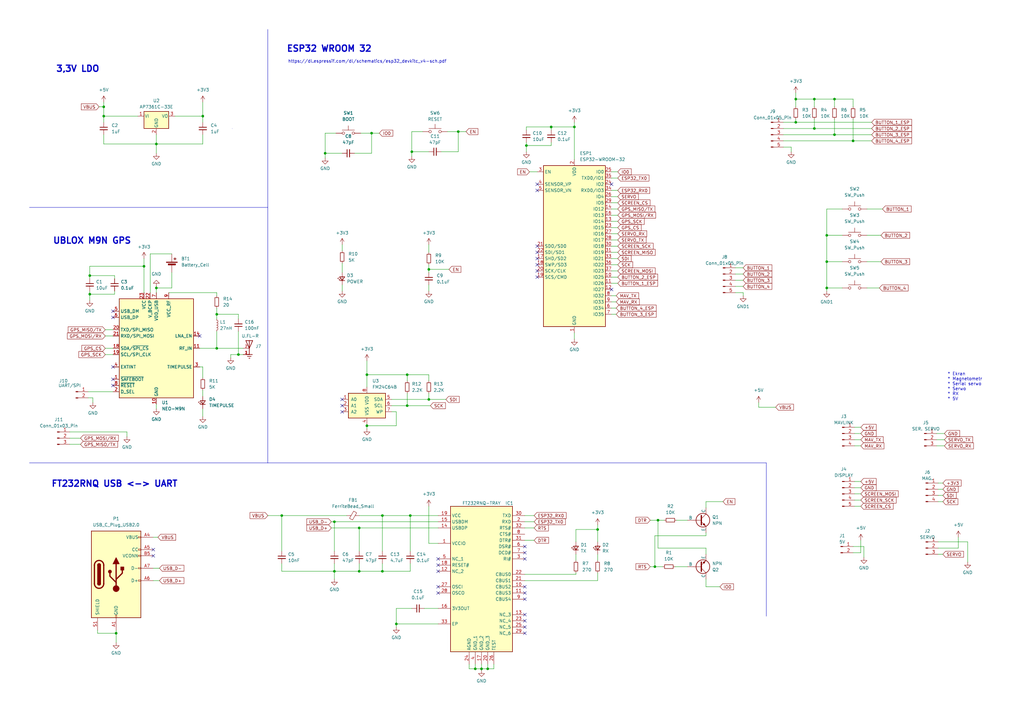
<source format=kicad_sch>
(kicad_sch (version 20230121) (generator eeschema)
  (paper "A3")
  (title_block (title "Tracker PCB") (date "11/2024") (rev "beta v.5"))
  (junction (at 97.79 145.415))
  (junction (at 152.4 54.61))
  (junction (at 150.495 174.625))
  (junction (at 339.09 96.52))
  (junction (at 349.885 57.785))
  (junction (at 162.56 255.905))
  (junction (at 59.055 109.22))
  (junction (at 42.545 47.625))
  (junction (at 156.845 234.315))
  (junction (at 167.005 153.67))
  (junction (at 342.265 55.245))
  (junction (at 83.185 47.625))
  (junction (at 47.625 259.715))
  (junction (at 133.35 62.865))
  (junction (at 88.9 142.875))
  (junction (at 175.895 110.49))
  (junction (at 245.11 217.17))
  (junction (at 147.32 234.315))
  (junction (at 168.275 211.455))
  (junction (at 147.32 216.535))
  (junction (at 334.01 40.64))
  (junction (at 200.025 274.32))
  (junction (at 36.83 120.65))
  (junction (at 215.9 59.69))
  (junction (at 342.265 40.64))
  (junction (at 156.845 211.455))
  (junction (at 194.945 274.32))
  (junction (at 88.9 128.905))
  (junction (at 168.91 62.23))
  (junction (at 137.16 213.995))
  (junction (at 197.485 274.32))
  (junction (at 339.09 107.315))
  (junction (at 226.06 52.07))
  (junction (at 42.545 43.815))
  (junction (at 150.495 153.67))
  (junction (at 64.135 118.11))
  (junction (at 137.16 234.315))
  (junction (at 167.005 166.37))
  (junction (at 326.39 50.165))
  (junction (at 268.605 232.41))
  (junction (at 326.39 40.64))
  (junction (at 187.96 53.975))
  (junction (at 175.895 163.83))
  (junction (at 334.01 52.705))
  (junction (at 36.83 113.03))
  (junction (at 269.875 213.36))
  (junction (at 64.135 59.055))
  (junction (at 339.09 118.11))
  (junction (at 235.585 52.07))
  (junction (at 115.57 211.455))
  (no_connect (at 179.705 243.205))
  (no_connect (at 179.705 229.235))
  (no_connect (at 140.335 166.37))
  (no_connect (at 46.355 155.575))
  (no_connect (at 215.265 224.155))
  (no_connect (at 215.265 254.635))
  (no_connect (at 215.265 252.095))
  (no_connect (at 250.825 118.745))
  (no_connect (at 250.825 75.565))
  (no_connect (at 46.355 127.635))
  (no_connect (at 62.865 227.965))
  (no_connect (at 220.345 100.965))
  (no_connect (at 46.355 158.115))
  (no_connect (at 179.705 231.775))
  (no_connect (at 215.265 257.175))
  (no_connect (at 81.915 137.795))
  (no_connect (at 62.865 225.425))
  (no_connect (at 215.265 259.715))
  (no_connect (at 215.265 245.745))
  (no_connect (at 140.335 168.91))
  (no_connect (at 215.265 226.695))
  (no_connect (at 220.345 78.105))
  (no_connect (at 220.345 111.125))
  (no_connect (at 220.345 75.565))
  (no_connect (at 220.345 106.045))
  (no_connect (at 215.265 229.235))
  (no_connect (at 220.345 113.665))
  (no_connect (at 215.265 240.665))
  (no_connect (at 215.265 243.205))
  (no_connect (at 140.335 163.83))
  (no_connect (at 46.355 130.175))
  (no_connect (at 179.705 234.315))
  (no_connect (at 220.345 108.585))
  (no_connect (at 46.355 150.495))
  (no_connect (at 179.705 240.665))
  (no_connect (at 220.345 103.505))
  (wire (pts (xy 289.56 240.665) (xy 295.275 240.665)))
  (wire (pts (xy 349.885 57.785) (xy 357.505 57.785)))
  (wire (pts (xy 61.595 104.14) (xy 70.485 104.14)))
  (wire (pts (xy 43.18 142.875) (xy 46.355 142.875)))
  (wire (pts (xy 384.81 205.74) (xy 386.715 205.74)))
  (wire (pts (xy 339.09 119.38) (xy 339.09 118.11)))
  (wire (pts (xy 349.885 40.64) (xy 342.265 40.64)))
  (wire (pts (xy 64.135 165.735) (xy 64.135 167.64)))
  (wire (pts (xy 168.275 226.06) (xy 168.275 211.455)))
  (wire (pts (xy 321.31 60.325) (xy 324.485 60.325)))
  (wire (pts (xy 42.545 43.815) (xy 42.545 47.625)))
  (wire (pts (xy 250.825 113.665) (xy 253.365 113.665)))
  (wire (pts (xy 194.945 272.415) (xy 194.945 274.32)))
  (wire (pts (xy 47.625 258.445) (xy 47.625 259.715)))
  (wire (pts (xy 353.06 226.695) (xy 349.885 226.695)))
  (wire (pts (xy 342.265 48.895) (xy 342.265 55.245)))
  (wire (pts (xy 215.9 59.69) (xy 226.06 59.69)))
  (wire (pts (xy 326.39 50.165) (xy 357.505 50.165)))
  (wire (pts (xy 46.99 119.38) (xy 46.99 120.65)))
  (wire (pts (xy 152.4 62.865) (xy 152.4 54.61)))
  (wire (pts (xy 137.16 213.995) (xy 179.705 213.995)))
  (wire (pts (xy 175.895 161.29) (xy 175.895 163.83)))
  (wire (pts (xy 160.655 163.83) (xy 175.895 163.83)))
  (wire (pts (xy 160.655 168.91) (xy 162.56 168.91)))
  (wire (pts (xy 28.575 182.245) (xy 33.02 182.245)))
  (wire (pts (xy 175.895 207.645) (xy 175.895 222.885)))
  (wire (pts (xy 137.795 54.61) (xy 133.35 54.61)))
  (wire (pts (xy 353.06 221.615) (xy 353.06 226.695)))
  (wire (pts (xy 200.025 274.32) (xy 197.485 274.32)))
  (wire (pts (xy 266.7 232.41) (xy 268.605 232.41)))
  (wire (pts (xy 296.545 205.74) (xy 289.56 205.74)))
  (wire (pts (xy 64.135 55.245) (xy 64.135 59.055)))
  (wire (pts (xy 226.06 52.07) (xy 235.585 52.07)))
  (wire (pts (xy 289.56 224.79) (xy 269.875 224.79)))
  (wire (pts (xy 384.81 203.2) (xy 386.715 203.2)))
  (wire (pts (xy 393.065 224.79) (xy 393.065 220.345)))
  (wire (pts (xy 64.135 118.11) (xy 64.135 120.015)))
  (wire (pts (xy 245.11 222.25) (xy 245.11 217.17)))
  (wire (pts (xy 354.33 228.6) (xy 354.33 224.155)))
  (wire (pts (xy 40.64 43.815) (xy 42.545 43.815)))
  (wire (pts (xy 289.56 218.44) (xy 289.56 219.71)))
  (wire (pts (xy 197.485 272.415) (xy 197.485 274.32)))
  (wire (pts (xy 215.9 58.42) (xy 215.9 59.69)))
  (wire (pts (xy 226.06 58.42) (xy 226.06 59.69)))
  (wire (pts (xy 289.56 219.71) (xy 268.605 219.71)))
  (wire (pts (xy 250.825 121.285) (xy 252.73 121.285)))
  (wire (pts (xy 245.11 238.125) (xy 245.11 234.95)))
  (wire (pts (xy 175.895 100.33) (xy 175.895 103.505)))
  (wire (pts (xy 175.895 62.23) (xy 168.91 62.23)))
  (wire (pts (xy 250.825 126.365) (xy 252.73 126.365)))
  (wire (pts (xy 135.89 216.535) (xy 147.32 216.535)))
  (wire (pts (xy 43.18 135.255) (xy 46.355 135.255)))
  (wire (pts (xy 396.875 222.25) (xy 396.875 230.505)))
  (polyline (pts (xy 109.855 189.865) (xy 314.325 189.865)))
  (wire (pts (xy 339.09 85.725) (xy 339.09 96.52)))
  (wire (pts (xy 339.09 118.11) (xy 345.44 118.11)))
  (wire (pts (xy 64.135 59.055) (xy 42.545 59.055)))
  (wire (pts (xy 326.39 48.895) (xy 326.39 50.165)))
  (wire (pts (xy 384.175 177.8) (xy 387.35 177.8)))
  (wire (pts (xy 168.91 53.975) (xy 168.91 62.23)))
  (wire (pts (xy 88.9 126.365) (xy 88.9 128.905)))
  (wire (pts (xy 250.825 123.825) (xy 252.73 123.825)))
  (wire (pts (xy 175.895 222.885) (xy 179.705 222.885)))
  (wire (pts (xy 133.35 54.61) (xy 133.35 62.865)))
  (wire (pts (xy 384.175 180.34) (xy 387.35 180.34)))
  (wire (pts (xy 301.625 114.935) (xy 304.8 114.935)))
  (wire (pts (xy 192.405 272.415) (xy 192.405 274.32)))
  (wire (pts (xy 150.495 174.625) (xy 150.495 173.99)))
  (wire (pts (xy 384.81 224.79) (xy 393.065 224.79)))
  (wire (pts (xy 277.495 213.36) (xy 281.94 213.36)))
  (wire (pts (xy 147.32 226.06) (xy 147.32 216.535)))
  (wire (pts (xy 250.825 103.505) (xy 253.365 103.505)))
  (wire (pts (xy 192.405 274.32) (xy 194.945 274.32)))
  (wire (pts (xy 83.185 41.91) (xy 83.185 47.625)))
  (wire (pts (xy 175.895 153.67) (xy 175.895 156.21)))
  (wire (pts (xy 115.57 211.455) (xy 142.24 211.455)))
  (wire (pts (xy 384.81 198.12) (xy 386.715 198.12)))
  (wire (pts (xy 62.865 220.345) (xy 64.77 220.345)))
  (wire (pts (xy 150.495 147.955) (xy 150.495 153.67)))
  (wire (pts (xy 83.185 150.495) (xy 83.185 154.94)))
  (wire (pts (xy 88.9 128.905) (xy 88.9 130.81)))
  (wire (pts (xy 326.39 40.64) (xy 326.39 43.815)))
  (wire (pts (xy 334.01 40.64) (xy 326.39 40.64)))
  (polyline (pts (xy 12.065 189.865) (xy 109.855 189.865)))
  (wire (pts (xy 175.895 110.49) (xy 184.15 110.49)))
  (wire (pts (xy 187.96 53.975) (xy 191.135 53.975)))
  (wire (pts (xy 245.11 215.265) (xy 245.11 217.17)))
  (wire (pts (xy 71.755 47.625) (xy 83.185 47.625)))
  (wire (pts (xy 133.35 62.865) (xy 133.35 64.77)))
  (wire (pts (xy 236.22 217.17) (xy 245.11 217.17)))
  (wire (pts (xy 36.195 163.195) (xy 38.1 163.195)))
  (wire (pts (xy 81.915 142.875) (xy 88.9 142.875)))
  (wire (pts (xy 250.825 108.585) (xy 253.365 108.585)))
  (wire (pts (xy 311.15 167.005) (xy 311.15 165.1)))
  (wire (pts (xy 42.545 55.245) (xy 42.545 59.055)))
  (wire (pts (xy 147.955 54.61) (xy 152.4 54.61)))
  (wire (pts (xy 268.605 219.71) (xy 268.605 232.41)))
  (wire (pts (xy 384.81 227.33) (xy 386.715 227.33)))
  (wire (pts (xy 215.265 238.125) (xy 245.11 238.125)))
  (wire (pts (xy 46.99 113.03) (xy 36.83 113.03)))
  (wire (pts (xy 140.335 62.865) (xy 133.35 62.865)))
  (wire (pts (xy 236.22 235.585) (xy 236.22 234.95)))
  (wire (pts (xy 137.16 234.315) (xy 147.32 234.315)))
  (wire (pts (xy 250.825 90.805) (xy 253.365 90.805)))
  (wire (pts (xy 235.585 136.525) (xy 235.585 139.065)))
  (wire (pts (xy 269.875 224.79) (xy 269.875 213.36)))
  (wire (pts (xy 226.06 53.34) (xy 226.06 52.07)))
  (wire (pts (xy 160.655 166.37) (xy 167.005 166.37)))
  (wire (pts (xy 236.22 217.17) (xy 236.22 222.25)))
  (wire (pts (xy 342.265 40.64) (xy 334.01 40.64)))
  (wire (pts (xy 349.885 48.895) (xy 349.885 57.785)))
  (wire (pts (xy 70.485 111.76) (xy 70.485 118.11)))
  (wire (pts (xy 250.825 95.885) (xy 253.365 95.885)))
  (wire (pts (xy 173.99 249.555) (xy 179.705 249.555)))
  (wire (pts (xy 150.495 175.895) (xy 150.495 174.625)))
  (wire (pts (xy 52.07 177.165) (xy 28.575 177.165)))
  (wire (pts (xy 289.56 237.49) (xy 289.56 240.665)))
  (wire (pts (xy 326.39 38.1) (xy 326.39 40.64)))
  (wire (pts (xy 250.825 85.725) (xy 253.365 85.725)))
  (wire (pts (xy 175.895 108.585) (xy 175.895 110.49)))
  (wire (pts (xy 64.135 117.475) (xy 64.135 118.11)))
  (wire (pts (xy 162.56 255.905) (xy 179.705 255.905)))
  (wire (pts (xy 152.4 54.61) (xy 155.575 54.61)))
  (wire (pts (xy 61.595 104.14) (xy 61.595 120.015)))
  (wire (pts (xy 269.875 213.36) (xy 272.415 213.36)))
  (wire (pts (xy 304.8 120.015) (xy 304.8 121.285)))
  (wire (pts (xy 289.56 227.33) (xy 289.56 224.79)))
  (wire (pts (xy 334.01 43.815) (xy 334.01 40.64)))
  (wire (pts (xy 83.185 55.245) (xy 83.185 59.055)))
  (wire (pts (xy 156.845 211.455) (xy 168.275 211.455)))
  (wire (pts (xy 150.495 153.67) (xy 150.495 158.75)))
  (wire (pts (xy 301.625 120.015) (xy 304.8 120.015)))
  (wire (pts (xy 162.56 255.905) (xy 162.56 257.175)))
  (wire (pts (xy 88.9 128.905) (xy 97.79 128.905)))
  (wire (pts (xy 59.055 109.22) (xy 59.055 120.015)))
  (wire (pts (xy 147.32 216.535) (xy 179.705 216.535)))
  (wire (pts (xy 115.57 234.315) (xy 137.16 234.315)))
  (wire (pts (xy 268.605 232.41) (xy 271.78 232.41)))
  (wire (pts (xy 135.89 213.995) (xy 137.16 213.995)))
  (wire (pts (xy 289.56 205.74) (xy 289.56 208.28)))
  (wire (pts (xy 94.615 145.415) (xy 94.615 146.685)))
  (wire (pts (xy 355.6 85.725) (xy 361.95 85.725)))
  (wire (pts (xy 349.885 43.815) (xy 349.885 40.64)))
  (wire (pts (xy 235.585 52.07) (xy 235.585 65.405)))
  (wire (pts (xy 250.825 73.025) (xy 253.365 73.025)))
  (wire (pts (xy 140.335 100.33) (xy 140.335 102.87)))
  (wire (pts (xy 350.52 200.025) (xy 353.06 200.025)))
  (wire (pts (xy 354.33 224.155) (xy 349.885 224.155)))
  (wire (pts (xy 62.865 233.045) (xy 65.405 233.045)))
  (wire (pts (xy 43.18 145.415) (xy 46.355 145.415)))
  (wire (pts (xy 250.825 93.345) (xy 253.365 93.345)))
  (wire (pts (xy 345.44 96.52) (xy 339.09 96.52)))
  (wire (pts (xy 321.31 57.785) (xy 349.885 57.785)))
  (wire (pts (xy 156.845 231.14) (xy 156.845 234.315)))
  (wire (pts (xy 350.52 205.105) (xy 353.06 205.105)))
  (wire (pts (xy 42.545 47.625) (xy 42.545 50.165)))
  (wire (pts (xy 301.625 112.395) (xy 304.8 112.395)))
  (wire (pts (xy 334.01 52.705) (xy 357.505 52.705)))
  (wire (pts (xy 226.06 52.07) (xy 215.9 52.07)))
  (wire (pts (xy 355.6 118.11) (xy 360.68 118.11)))
  (wire (pts (xy 156.845 211.455) (xy 156.845 226.06)))
  (wire (pts (xy 36.83 109.22) (xy 59.055 109.22)))
  (wire (pts (xy 250.825 70.485) (xy 253.365 70.485)))
  (wire (pts (xy 64.135 59.055) (xy 83.185 59.055)))
  (wire (pts (xy 162.56 168.91) (xy 162.56 174.625)))
  (wire (pts (xy 345.44 85.725) (xy 339.09 85.725)))
  (wire (pts (xy 88.9 120.015) (xy 88.9 121.285)))
  (wire (pts (xy 83.185 160.02) (xy 83.185 162.56)))
  (wire (pts (xy 36.83 109.22) (xy 36.83 113.03)))
  (wire (pts (xy 350.52 202.565) (xy 353.06 202.565)))
  (wire (pts (xy 81.915 150.495) (xy 83.185 150.495)))
  (wire (pts (xy 168.275 234.315) (xy 156.845 234.315)))
  (wire (pts (xy 266.7 213.36) (xy 269.875 213.36)))
  (wire (pts (xy 167.005 166.37) (xy 176.53 166.37)))
  (wire (pts (xy 235.585 50.165) (xy 235.585 52.07)))
  (wire (pts (xy 384.81 200.66) (xy 386.715 200.66)))
  (wire (pts (xy 180.975 62.23) (xy 187.96 62.23)))
  (polyline (pts (xy 314.325 189.865) (xy 314.325 252.73)))
  (wire (pts (xy 342.265 55.245) (xy 357.505 55.245)))
  (wire (pts (xy 47.625 259.715) (xy 47.625 263.525)))
  (wire (pts (xy 350.52 177.8) (xy 353.06 177.8)))
  (wire (pts (xy 42.545 47.625) (xy 56.515 47.625)))
  (wire (pts (xy 236.22 227.33) (xy 236.22 229.87)))
  (wire (pts (xy 175.895 110.49) (xy 175.895 111.76)))
  (wire (pts (xy 202.565 274.32) (xy 200.025 274.32)))
  (wire (pts (xy 140.335 116.84) (xy 140.335 119.38)))
  (wire (pts (xy 147.32 231.14) (xy 147.32 234.315)))
  (wire (pts (xy 83.185 167.64) (xy 83.185 170.815)))
  (wire (pts (xy 168.275 211.455) (xy 179.705 211.455)))
  (wire (pts (xy 350.52 182.88) (xy 353.06 182.88)))
  (wire (pts (xy 250.825 98.425) (xy 253.365 98.425)))
  (wire (pts (xy 250.825 106.045) (xy 253.365 106.045)))
  (wire (pts (xy 250.825 78.105) (xy 253.365 78.105)))
  (wire (pts (xy 173.355 53.975) (xy 168.91 53.975)))
  (wire (pts (xy 46.99 114.3) (xy 46.99 113.03)))
  (wire (pts (xy 137.16 231.14) (xy 137.16 234.315)))
  (wire (pts (xy 162.56 249.555) (xy 162.56 255.905)))
  (wire (pts (xy 145.415 62.865) (xy 152.4 62.865)))
  (wire (pts (xy 42.545 41.91) (xy 42.545 43.815)))
  (wire (pts (xy 276.86 232.41) (xy 281.94 232.41)))
  (wire (pts (xy 215.265 213.995) (xy 219.075 213.995)))
  (wire (pts (xy 36.83 119.38) (xy 36.83 120.65)))
  (polyline (pts (xy 12.065 85.09) (xy 109.855 85.09)))
  (wire (pts (xy 38.1 163.195) (xy 38.1 165.1)))
  (polyline (pts (xy 109.855 85.09) (xy 109.855 189.865)))
  (wire (pts (xy 187.96 62.23) (xy 187.96 53.975)))
  (wire (pts (xy 321.31 55.245) (xy 342.265 55.245)))
  (wire (pts (xy 69.215 120.015) (xy 88.9 120.015)))
  (wire (pts (xy 137.16 234.315) (xy 137.16 237.49)))
  (wire (pts (xy 350.52 207.645) (xy 353.06 207.645)))
  (wire (pts (xy 36.195 160.655) (xy 46.355 160.655)))
  (wire (pts (xy 324.485 60.325) (xy 324.485 62.23)))
  (wire (pts (xy 162.56 249.555) (xy 168.91 249.555)))
  (wire (pts (xy 384.81 222.25) (xy 396.875 222.25)))
  (wire (pts (xy 355.6 96.52) (xy 361.315 96.52)))
  (wire (pts (xy 115.57 226.06) (xy 115.57 211.455)))
  (wire (pts (xy 321.31 52.705) (xy 334.01 52.705)))
  (polyline (pts (xy 109.855 12.065) (xy 109.855 85.09)))
  (wire (pts (xy 175.895 116.84) (xy 175.895 119.38)))
  (wire (pts (xy 339.09 96.52) (xy 339.09 107.315)))
  (wire (pts (xy 70.485 118.11) (xy 64.135 118.11)))
  (wire (pts (xy 250.825 88.265) (xy 253.365 88.265)))
  (wire (pts (xy 355.6 107.315) (xy 361.315 107.315)))
  (wire (pts (xy 342.265 43.815) (xy 342.265 40.64)))
  (wire (pts (xy 215.265 235.585) (xy 236.22 235.585)))
  (wire (pts (xy 167.005 153.67) (xy 167.005 156.21)))
  (wire (pts (xy 88.9 135.89) (xy 88.9 142.875)))
  (wire (pts (xy 36.83 120.65) (xy 46.99 120.65)))
  (wire (pts (xy 109.855 211.455) (xy 115.57 211.455)))
  (wire (pts (xy 215.9 52.07) (xy 215.9 53.34)))
  (wire (pts (xy 334.01 48.895) (xy 334.01 52.705)))
  (wire (pts (xy 43.18 137.795) (xy 46.355 137.795)))
  (wire (pts (xy 183.515 53.975) (xy 187.96 53.975)))
  (wire (pts (xy 250.825 80.645) (xy 253.365 80.645)))
  (wire (pts (xy 64.135 59.055) (xy 64.135 62.865)))
  (wire (pts (xy 175.895 163.83) (xy 182.88 163.83)))
  (wire (pts (xy 40.005 258.445) (xy 40.005 259.715)))
  (wire (pts (xy 97.79 135.89) (xy 97.79 145.415)))
  (wire (pts (xy 28.575 179.705) (xy 33.02 179.705)))
  (wire (pts (xy 99.695 145.415) (xy 97.79 145.415)))
  (wire (pts (xy 150.495 153.67) (xy 167.005 153.67)))
  (wire (pts (xy 215.265 211.455) (xy 219.075 211.455)))
  (wire (pts (xy 36.83 120.65) (xy 36.83 123.19)))
  (wire (pts (xy 137.16 213.995) (xy 137.16 226.06)))
  (wire (pts (xy 339.09 107.315) (xy 339.09 118.11)))
  (wire (pts (xy 52.07 179.07) (xy 52.07 177.165)))
  (wire (pts (xy 194.945 274.32) (xy 197.485 274.32)))
  (wire (pts (xy 318.135 167.005) (xy 311.15 167.005)))
  (wire (pts (xy 97.79 145.415) (xy 94.615 145.415)))
  (wire (pts (xy 350.52 180.34) (xy 353.06 180.34)))
  (wire (pts (xy 59.055 106.045) (xy 59.055 109.22)))
  (wire (pts (xy 167.005 161.29) (xy 167.005 166.37)))
  (wire (pts (xy 215.265 221.615) (xy 219.075 221.615)))
  (wire (pts (xy 384.175 182.88) (xy 387.35 182.88)))
  (wire (pts (xy 167.005 153.67) (xy 175.895 153.67)))
  (wire (pts (xy 168.275 231.14) (xy 168.275 234.315)))
  (wire (pts (xy 215.265 216.535) (xy 219.075 216.535)))
  (wire (pts (xy 168.91 62.23) (xy 168.91 64.135)))
  (wire (pts (xy 83.185 47.625) (xy 83.185 50.165)))
  (wire (pts (xy 115.57 231.14) (xy 115.57 234.315)))
  (wire (pts (xy 301.625 117.475) (xy 304.8 117.475)))
  (wire (pts (xy 350.52 197.485) (xy 353.06 197.485)))
  (wire (pts (xy 245.11 227.33) (xy 245.11 229.87)))
  (wire (pts (xy 62.865 238.125) (xy 65.405 238.125)))
  (wire (pts (xy 88.9 142.875) (xy 99.695 142.875)))
  (wire (pts (xy 345.44 107.315) (xy 339.09 107.315)))
  (wire (pts (xy 156.845 234.315) (xy 147.32 234.315)))
  (wire (pts (xy 301.625 109.855) (xy 304.8 109.855)))
  (wire (pts (xy 36.83 113.03) (xy 36.83 114.3)))
  (wire (pts (xy 197.485 274.32) (xy 197.485 274.955)))
  (wire (pts (xy 162.56 174.625) (xy 150.495 174.625)))
  (wire (pts (xy 200.025 272.415) (xy 200.025 274.32)))
  (wire (pts (xy 350.52 175.26) (xy 353.06 175.26)))
  (wire (pts (xy 140.335 107.95) (xy 140.335 111.76)))
  (wire (pts (xy 250.825 83.185) (xy 253.365 83.185)))
  (wire (pts (xy 250.825 111.125) (xy 253.365 111.125)))
  (wire (pts (xy 217.17 70.485) (xy 220.345 70.485)))
  (wire (pts (xy 250.825 116.205) (xy 253.365 116.205)))
  (wire (pts (xy 202.565 272.415) (xy 202.565 274.32)))
  (wire (pts (xy 40.005 259.715) (xy 47.625 259.715)))
  (wire (pts (xy 321.31 50.165) (xy 326.39 50.165)))
  (wire (pts (xy 156.845 211.455) (xy 147.32 211.455)))
  (wire (pts (xy 250.825 100.965) (xy 253.365 100.965)))
  (wire (pts (xy 97.79 130.81) (xy 97.79 128.905)))
  (wire (pts (xy 250.825 128.905) (xy 252.73 128.905)))
  (wire (pts (xy 215.9 59.69) (xy 215.9 62.23)))
  (rectangle (start 95.25 52.705) (end 95.25 52.705))
  (text "* Ekran\n* Magnetometr\n* Serial serwo\n* Serwo\n* RX\n* 5V" (at 388.62 164.465 0) (effects (font (size 1.27 1.27)) (justify left bottom)))
  (text "FT232RNQ USB <-> UART\n" (at 20.955 200.025 0) (effects (font (size 2.54 2.54) (thickness 0.508) bold) (justify left bottom)))
  (text "https://dl.espressif.com/dl/schematics/esp32_devkitc_v4-sch.pdf" (at 118.11 26.035 0) (effects (font (size 1.27 1.27)) (justify left bottom)))
  (text "3,3V LDO" (at 22.86 29.845 0) (effects (font (size 2.54 2.54) (thickness 0.508) bold) (justify left bottom)))
  (text "ESP32 WROOM 32" (at 117.475 21.59 0) (effects (font (size 2.54 2.54) (thickness 0.508) bold) (justify left bottom)))
  (text "UBLOX M9N GPS\n" (at 21.59 100.33 0) (effects (font (size 2.54 2.54) (thickness 0.508) bold) (justify left bottom)))
  (global_label "SERVO" (shape input) (at 253.365 80.645 0) (property "Intersheetrefs" "${INTERSHEET_REFS}" (effects hide)))
  (global_label "BUTTON_4_ESP" (shape input) (at 357.505 57.785 0) (property "Intersheetrefs" "${INTERSHEET_REFS}" (effects hide)))
  (global_label "BUTTON_3" (shape input) (at 304.8 114.935 0) (property "Intersheetrefs" "${INTERSHEET_REFS}" (effects hide)))
  (global_label "GPS_SCK" (shape input) (at 43.18 145.415 180) (property "Intersheetrefs" "${INTERSHEET_REFS}" (effects hide)))
  (global_label "EN" (shape input) (at 191.135 53.975 0) (property "Intersheetrefs" "${INTERSHEET_REFS}" (effects hide)))
  (global_label "SCREEN_CS" (shape input) (at 353.06 207.645 0) (property "Intersheetrefs" "${INTERSHEET_REFS}" (effects hide)))
  (global_label "BUTTON_2_ESP" (shape input) (at 253.365 113.665 0) (property "Intersheetrefs" "${INTERSHEET_REFS}" (effects hide)))
  (global_label "SCREEN_MOSI" (shape input) (at 353.06 202.565 0) (property "Intersheetrefs" "${INTERSHEET_REFS}" (effects hide)))
  (global_label "IO0" (shape input) (at 155.575 54.61 0) (property "Intersheetrefs" "${INTERSHEET_REFS}" (effects hide)))
  (global_label "EN" (shape input) (at 184.15 110.49 0) (property "Intersheetrefs" "${INTERSHEET_REFS}" (effects hide)))
  (global_label "GPS_MOSI{slash}RX" (shape input) (at 253.365 88.265 0) (property "Intersheetrefs" "${INTERSHEET_REFS}" (effects hide)))
  (global_label "+5V" (shape input) (at 353.06 175.26 0) (property "Intersheetrefs" "${INTERSHEET_REFS}" (effects hide)))
  (global_label "SERVO" (shape input) (at 386.715 227.33 0) (property "Intersheetrefs" "${INTERSHEET_REFS}" (effects hide)))
  (global_label "SCK" (shape input) (at 253.365 108.585 0) (property "Intersheetrefs" "${INTERSHEET_REFS}" (effects hide)))
  (global_label "SCREEN_SCK" (shape input) (at 353.06 205.105 0) (property "Intersheetrefs" "${INTERSHEET_REFS}" (effects hide)))
  (global_label "GPS_MISO{slash}TX" (shape input) (at 33.02 182.245 0) (property "Intersheetrefs" "${INTERSHEET_REFS}" (effects hide)))
  (global_label "SERVO_RX" (shape input) (at 253.365 95.885 0) (property "Intersheetrefs" "${INTERSHEET_REFS}" (effects hide)))
  (global_label "BUTTON_2_ESP" (shape input) (at 357.505 52.705 0) (property "Intersheetrefs" "${INTERSHEET_REFS}" (effects hide)))
  (global_label "GND" (shape input) (at 386.715 200.66 0) (property "Intersheetrefs" "${INTERSHEET_REFS}" (effects hide)))
  (global_label "+3V3" (shape input) (at 386.715 198.12 0) (property "Intersheetrefs" "${INTERSHEET_REFS}" (effects hide)))
  (global_label "BUTTON_2" (shape input) (at 304.8 112.395 0) (property "Intersheetrefs" "${INTERSHEET_REFS}" (effects hide)))
  (global_label "BUTTON_4_ESP" (shape input) (at 252.73 126.365 0) (property "Intersheetrefs" "${INTERSHEET_REFS}" (effects hide)))
  (global_label "SDI" (shape input) (at 386.715 203.2 0) (property "Intersheetrefs" "${INTERSHEET_REFS}" (effects hide)))
  (global_label "SCK" (shape input) (at 386.715 205.74 0) (property "Intersheetrefs" "${INTERSHEET_REFS}" (effects hide)))
  (global_label "BUTTON_4" (shape input) (at 304.8 117.475 0) (property "Intersheetrefs" "${INTERSHEET_REFS}" (effects hide)))
  (global_label "EN" (shape input) (at 296.545 205.74 0) (property "Intersheetrefs" "${INTERSHEET_REFS}" (effects hide)))
  (global_label "GPS_SCK" (shape input) (at 253.365 90.805 0) (property "Intersheetrefs" "${INTERSHEET_REFS}" (effects hide)))
  (global_label "SERVO_TX" (shape input) (at 253.365 98.425 0) (property "Intersheetrefs" "${INTERSHEET_REFS}" (effects hide)))
  (global_label "GND" (shape input) (at 387.35 177.8 0) (property "Intersheetrefs" "${INTERSHEET_REFS}" (effects hide)))
  (global_label "GPS_MISO{slash}TX" (shape input) (at 43.18 135.255 180) (property "Intersheetrefs" "${INTERSHEET_REFS}" (effects hide)))
  (global_label "ESP32_RX0" (shape input) (at 219.075 211.455 0) (property "Intersheetrefs" "${INTERSHEET_REFS}" (effects hide)))
  (global_label "IO0" (shape input) (at 295.275 240.665 0) (property "Intersheetrefs" "${INTERSHEET_REFS}" (effects hide)))
  (global_label "RTS" (shape input) (at 219.075 216.535 0) (property "Intersheetrefs" "${INTERSHEET_REFS}" (effects hide)))
  (global_label "SDI" (shape input) (at 182.88 163.83 0) (property "Intersheetrefs" "${INTERSHEET_REFS}" (effects hide)))
  (global_label "VBUS" (shape input) (at 109.855 211.455 180) (property "Intersheetrefs" "${INTERSHEET_REFS}" (effects hide)))
  (global_label "MAV_TX" (shape input) (at 252.73 121.285 0) (property "Intersheetrefs" "${INTERSHEET_REFS}" (effects hide)))
  (global_label "GND" (shape input) (at 353.06 177.8 0) (property "Intersheetrefs" "${INTERSHEET_REFS}" (effects hide)))
  (global_label "MAV_RX" (shape input) (at 252.73 123.825 0) (property "Intersheetrefs" "${INTERSHEET_REFS}" (effects hide)))
  (global_label "BUTTON_1_ESP" (shape input) (at 253.365 116.205 0) (property "Intersheetrefs" "${INTERSHEET_REFS}" (effects hide)))
  (global_label "MAV_RX" (shape input) (at 353.06 182.88 0) (property "Intersheetrefs" "${INTERSHEET_REFS}" (effects hide)))
  (global_label "USB_D+" (shape input) (at 65.405 238.125 0) (property "Intersheetrefs" "${INTERSHEET_REFS}" (effects hide)))
  (global_label "BUTTON_2" (shape input) (at 361.315 96.52 0) (property "Intersheetrefs" "${INTERSHEET_REFS}" (effects hide)))
  (global_label "VBUS" (shape input) (at 40.64 43.815 180) (property "Intersheetrefs" "${INTERSHEET_REFS}" (effects hide)))
  (global_label "+5V" (shape input) (at 353.06 197.485 0) (property "Intersheetrefs" "${INTERSHEET_REFS}" (effects hide)))
  (global_label "VBUS" (shape input) (at 318.135 167.005 0) (property "Intersheetrefs" "${INTERSHEET_REFS}" (effects hide)))
  (global_label "GPS_CS" (shape input) (at 43.18 142.875 180) (property "Intersheetrefs" "${INTERSHEET_REFS}" (effects hide)))
  (global_label "ESP32_TX0" (shape input) (at 253.365 73.025 0) (property "Intersheetrefs" "${INTERSHEET_REFS}" (effects hide)))
  (global_label "SERVO_RX" (shape input) (at 387.35 182.88 0) (property "Intersheetrefs" "${INTERSHEET_REFS}" (effects hide)))
  (global_label "BUTTON_1_ESP" (shape input) (at 357.505 50.165 0) (property "Intersheetrefs" "${INTERSHEET_REFS}" (effects hide)))
  (global_label "GND" (shape input) (at 353.06 200.025 0) (property "Intersheetrefs" "${INTERSHEET_REFS}" (effects hide)))
  (global_label "USB_D-" (shape input) (at 65.405 233.045 0) (property "Intersheetrefs" "${INTERSHEET_REFS}" (effects hide)))
  (global_label "SCK" (shape input) (at 176.53 166.37 0) (property "Intersheetrefs" "${INTERSHEET_REFS}" (effects hide)))
  (global_label "DTR" (shape input) (at 219.075 221.615 0) (property "Intersheetrefs" "${INTERSHEET_REFS}" (effects hide)))
  (global_label "SCREEN_SCK" (shape input) (at 253.365 100.965 0) (property "Intersheetrefs" "${INTERSHEET_REFS}" (effects hide)))
  (global_label "SDI" (shape input) (at 253.365 106.045 0) (property "Intersheetrefs" "${INTERSHEET_REFS}" (effects hide)))
  (global_label "SERVO_TX" (shape input) (at 387.35 180.34 0) (property "Intersheetrefs" "${INTERSHEET_REFS}" (effects hide)))
  (global_label "BUTTON_3_ESP" (shape input) (at 252.73 128.905 0) (property "Intersheetrefs" "${INTERSHEET_REFS}" (effects hide)))
  (global_label "GPS_MISO{slash}TX" (shape input) (at 253.365 85.725 0) (property "Intersheetrefs" "${INTERSHEET_REFS}" (effects hide)))
  (global_label "SCREEN_MOSI" (shape input) (at 253.365 111.125 0) (property "Intersheetrefs" "${INTERSHEET_REFS}" (effects hide)))
  (global_label "GPS_MOSI{slash}RX" (shape input) (at 43.18 137.795 180) (property "Intersheetrefs" "${INTERSHEET_REFS}" (effects hide)))
  (global_label "SCREEN_CS" (shape input) (at 253.365 83.185 0) (property "Intersheetrefs" "${INTERSHEET_REFS}" (effects hide)))
  (global_label "DTR" (shape input) (at 266.7 213.36 180) (property "Intersheetrefs" "${INTERSHEET_REFS}" (effects hide)))
  (global_label "ESP32_RX0" (shape input) (at 253.365 78.105 0) (property "Intersheetrefs" "${INTERSHEET_REFS}" (effects hide)))
  (global_label "RTS" (shape input) (at 266.7 232.41 180) (property "Intersheetrefs" "${INTERSHEET_REFS}" (effects hide)))
  (global_label "EN" (shape input) (at 217.17 70.485 180) (property "Intersheetrefs" "${INTERSHEET_REFS}" (effects hide)))
  (global_label "BUTTON_4" (shape input) (at 360.68 118.11 0) (property "Intersheetrefs" "${INTERSHEET_REFS}" (effects hide)))
  (global_label "BUTTON_1" (shape input) (at 361.95 85.725 0) (property "Intersheetrefs" "${INTERSHEET_REFS}" (effects hide)))
  (global_label "SCREEN_MISO" (shape input) (at 253.365 103.505 0) (property "Intersheetrefs" "${INTERSHEET_REFS}" (effects hide)))
  (global_label "GPS_CS" (shape input) (at 253.365 93.345 0) (property "Intersheetrefs" "${INTERSHEET_REFS}" (effects hide)))
  (global_label "USB_D+" (shape input) (at 135.89 216.535 180) (property "Intersheetrefs" "${INTERSHEET_REFS}" (effects hide)))
  (global_label "USB_D-" (shape input) (at 135.89 213.995 180) (property "Intersheetrefs" "${INTERSHEET_REFS}" (effects hide)))
  (global_label "BUTTON_1" (shape input) (at 304.8 109.855 0) (property "Intersheetrefs" "${INTERSHEET_REFS}" (effects hide)))
  (global_label "IO0" (shape input) (at 253.365 70.485 0) (property "Intersheetrefs" "${INTERSHEET_REFS}" (effects hide)))
  (global_label "BUTTON_3_ESP" (shape input) (at 357.505 55.245 0) (property "Intersheetrefs" "${INTERSHEET_REFS}" (effects hide)))
  (global_label "MAV_TX" (shape input) (at 353.06 180.34 0) (property "Intersheetrefs" "${INTERSHEET_REFS}" (effects hide)))
  (global_label "ESP32_TX0" (shape input) (at 219.075 213.995 0) (property "Intersheetrefs" "${INTERSHEET_REFS}" (effects hide)))
  (global_label "GPS_MOSI{slash}RX" (shape input) (at 33.02 179.705 0) (property "Intersheetrefs" "${INTERSHEET_REFS}" (effects hide)))
  (global_label "VBUS" (shape input) (at 64.77 220.345 0) (property "Intersheetrefs" "${INTERSHEET_REFS}" (effects hide)))
  (global_label "BUTTON_3" (shape input) (at 361.315 107.315 0) (property "Intersheetrefs" "${INTERSHEET_REFS}" (effects hide)))
  (symbol (lib_id "power:GND") (at 36.83 123.19 0) (unit 1)
    (property "Reference" "#PWR01" (effects hide))
    (property "Value" "GND" (at 36.83 127.508 0))
  )
  (symbol (lib_id "power:GND") (at 215.9 62.23 0) (unit 1)
    (property "Reference" "#PWR024" (effects hide))
    (property "Value" "GND" (at 215.9 66.548 0))
  )
  (symbol (lib_id "power:GND") (at 94.615 146.685 0) (unit 1)
    (property "Reference" "#PWR033" (effects hide))
    (property "Value" "GND" (at 94.615 151.003 0))
  )
  (symbol (lib_id "Connector:Conn_01x05_Pin") (at 296.545 114.935 0) (unit 1)
    (property "Reference" "J8" (at 297.18 105.41 0))
    (property "Value" "Conn_01x05_Pin" (at 297.18 107.95 0))
    (property "Footprint" "Connector_PinHeader_1.27mm:PinHeader_1x05_P1.27mm_Vertical_SMD_Pin1Left" (effects hide))
  )
  (symbol (lib_id "power:+3V3") (at 326.39 38.1 0) (unit 1)
    (property "Reference" "#PWR09" (effects hide))
    (property "Value" "+3V3" (at 326.39 33.274 0))
  )
  (symbol (lib_id "Device:R_Small") (at 349.885 46.355 0) (unit 1)
    (property "Reference" "R5" (at 352.425 45.085 0) (effects (justify left)))
    (property "Value" "10K" (at 352.425 47.625 0) (effects (justify left)))
    (property "Footprint" "Resistor_SMD:R_0805_2012Metric" (effects hide))
  )
  (symbol (lib_id "Switch:SW_Push") (at 142.875 54.61 0) (unit 1)
    (property "Reference" "SW1" (at 142.875 46.355 0))
    (property "Value" "BOOT" (at 142.875 48.895 0))
    (property "Footprint" "Button_Switch_SMD:SW_SPST_B3U-1000P" (effects hide))
  )
  (symbol (lib_id "power:GND1") (at 304.8 121.285 0) (unit 1)
    (property "Reference" "#PWR037" (effects hide))
    (property "Value" "GND1" (at 304.8 125.73 0))
  )
  (symbol (lib_id "Device:C_Small") (at 83.185 52.705 0) (unit 1)
    (property "Reference" "C4" (at 86.36 51.4413 0) (effects (justify left)))
    (property "Value" "1uF" (at 86.36 53.9813 0) (effects (justify left)))
    (property "Footprint" "Capacitor_SMD:C_0805_2012Metric" (effects hide))
  )
  (symbol (lib_id "Device:LED_Small") (at 140.335 114.3 90) (unit 1)
    (property "Reference" "D3" (at 142.24 112.9665 90) (effects (justify right)))
    (property "Value" "POWER" (at 142.24 115.5065 90) (effects (justify right)))
    (property "Footprint" "LED_SMD:LED_0805_2012Metric" (effects hide))
  )
  (symbol (lib_id "Device:C_Small") (at 42.545 52.705 0) (unit 1)
    (property "Reference" "C2" (at 45.72 51.4413 0) (effects (justify left)))
    (property "Value" "1uF" (at 45.72 53.9813 0) (effects (justify left)))
    (property "Footprint" "Capacitor_SMD:C_0805_2012Metric" (effects hide))
  )
  (symbol (lib_id "Device:R_Small") (at 140.335 105.41 0) (unit 1)
    (property "Reference" "R10" (at 142.875 104.14 0) (effects (justify left)))
    (property "Value" "5K" (at 142.875 106.68 0) (effects (justify left)))
    (property "Footprint" "Resistor_SMD:R_0805_2012Metric" (effects hide))
  )
  (symbol (lib_id "Device:C_Small") (at 46.99 116.84 0) (unit 1)
    (property "Reference" "C3" (at 49.53 115.5763 0) (effects (justify left)))
    (property "Value" "0.1uF" (at 49.53 118.1163 0) (effects (justify left)))
    (property "Footprint" "Capacitor_SMD:C_0805_2012Metric" (effects hide))
  )
  (symbol (lib_id "power:GND") (at 137.16 237.49 0) (unit 1)
    (property "Reference" "#PWR012" (effects hide))
    (property "Value" "GND" (at 137.16 241.808 0))
  )
  (symbol (lib_id "Device:R_Small") (at 326.39 46.355 0) (unit 1)
    (property "Reference" "R3" (at 328.93 45.085 0) (effects (justify left)))
    (property "Value" "10K" (at 328.93 47.625 0) (effects (justify left)))
    (property "Footprint" "Resistor_SMD:R_0805_2012Metric" (effects hide))
  )
  (symbol (lib_id "Switch:SW_Push") (at 350.52 96.52 0) (unit 1)
    (property "Reference" "SW3" (at 350.52 88.265 0))
    (property "Value" "SW_Push" (at 350.52 90.805 0))
    (property "Footprint" "Button_Switch_SMD:SW_SPST_B3SL-1002P" (effects hide))
  )
  (symbol (lib_id "Device:C_Small") (at 171.45 249.555 90) (unit 1)
    (property "Reference" "C15" (at 171.4563 242.57 90))
    (property "Value" "0.1uF" (at 171.4563 245.11 90))
    (property "Footprint" "Capacitor_SMD:C_0805_2012Metric" (effects hide))
  )
  (symbol (lib_id "Device:LED_Small") (at 83.185 165.1 90) (unit 1)
    (property "Reference" "D4" (at 85.725 163.7665 90) (effects (justify right)))
    (property "Value" "TIMEPULSE" (at 85.725 166.3065 90) (effects (justify right)))
    (property "Footprint" "LED_SMD:LED_0805_2012Metric" (effects hide))
  )
  (symbol (lib_id "power:GND") (at 150.495 175.895 0) (unit 1)
    (property "Reference" "#PWR010" (effects hide))
    (property "Value" "GND" (at 150.495 180.213 0))
  )
  (symbol (lib_id "Device:R_Small") (at 334.01 46.355 0) (unit 1)
    (property "Reference" "R4" (at 336.55 45.085 0) (effects (justify left)))
    (property "Value" "10K" (at 336.55 47.625 0) (effects (justify left)))
    (property "Footprint" "Resistor_SMD:R_0805_2012Metric" (effects hide))
  )
  (symbol (lib_id "power:GND") (at 168.91 64.135 0) (unit 1)
    (property "Reference" "#PWR020" (effects hide))
    (property "Value" "GND" (at 168.91 68.453 0))
  )
  (symbol (lib_id "Switch:SW_Push") (at 350.52 85.725 0) (unit 1)
    (property "Reference" "SW2" (at 350.52 77.47 0))
    (property "Value" "SW_Push" (at 350.52 80.01 0))
    (property "Footprint" "Button_Switch_SMD:SW_SPST_B3SL-1002P" (effects hide))
  )
  (symbol (lib_id "power:+5V") (at 353.06 221.615 0) (unit 1)
    (property "Reference" "#PWR021" (effects hide))
    (property "Value" "+5V" (at 353.06 216.535 0))
  )
  (symbol (lib_id "power:GND") (at 162.56 257.175 0) (unit 1)
    (property "Reference" "#PWR011" (effects hide))
    (property "Value" "GND" (at 162.56 261.493 0))
  )
  (symbol (lib_id "Connector:Conn_01x02_Pin") (at 31.115 160.655 0) (unit 1)
    (property "Reference" "J10" (at 26.035 156.21 0))
    (property "Value" "UART/SPI" (at 28.575 158.115 0))
    (property "Footprint" "Connector_PinHeader_2.54mm:PinHeader_1x02_P2.54mm_Vertical" (effects hide))
  )
  (symbol (lib_id "Device:R_Small") (at 175.895 106.045 0) (unit 1)
    (property "Reference" "R9" (at 178.435 104.775 0) (effects (justify left)))
    (property "Value" "10K" (at 178.435 107.315 0) (effects (justify left)))
    (property "Footprint" "Resistor_SMD:R_0805_2012Metric" (effects hide))
  )
  (symbol (lib_id "Device:Battery_Cell") (at 70.485 109.22 0) (unit 1)
    (property "Reference" "BT1" (at 74.295 106.1085 0) (effects (justify left)))
    (property "Value" "Battery_Cell" (at 74.295 108.6485 0) (effects (justify left)))
    (property "Footprint" "Battery:BatteryHolder_Keystone_1060_1x2032" (effects hide))
  )
  (symbol (lib_id "power:+3V3") (at 83.185 41.91 0) (unit 1)
    (property "Reference" "#PWR07" (effects hide))
    (property "Value" "+3V3" (at 83.185 36.83 0))
  )
  (symbol (lib_id "Device:C_Small") (at 147.32 228.6 0) (unit 1)
    (property "Reference" "C7" (at 149.86 227.3363 0) (effects (justify left)))
    (property "Value" "47pF" (at 149.86 229.8763 0) (effects (justify left)))
    (property "Footprint" "Capacitor_SMD:C_0805_2012Metric" (effects hide))
  )
  (symbol (lib_id "power:+3V3") (at 175.895 207.645 0) (unit 1)
    (property "Reference" "#PWR013" (effects hide))
    (property "Value" "+3V3" (at 175.895 202.565 0))
  )
  (symbol (lib_id "Connector:Conn_01x05_Pin") (at 345.44 202.565 0) (unit 1)
    (property "Reference" "J4" (at 346.075 192.405 0))
    (property "Value" "DISPLAY" (at 346.075 194.945 0))
    (property "Footprint" "Connector_JST:JST_GH_BM05B-GHS-TBT_1x05-1MP_P1.25mm_Vertical" (effects hide))
  )
  (symbol (lib_id "U.FL-R-SMT-1_10:U.FL-R-SMT-1(10)") (at 102.235 142.875 0) (unit 1)
    (property "Reference" "J7" (at 104.775 142.0495 0) (effects (justify left)))
    (property "Value" "U.FL-R" (at 99.06 137.795 0) (effects (justify left)))
    (property "Footprint" "U.FL-R-SMT-1_10:HRS_U.FL-R-SMT-1(10)" (effects hide))
    (property "DESCRIPTION" "U.FL Series 6 Ghz 50 Ohm Ultra-small SMT Coaxial Cable Receptacle" (effects hide))
    (property "PACKAGE" "None" (effects hide))
    (property "PRICE" "0.71 USD" (effects hide))
    (property "STANDARD" "Manufacturer Recommendation" (effects hide))
    (property "MP" "U.FL-R-SMT-1_10_" (effects hide))
    (property "AVAILABILITY" "Good" (effects hide))
    (property "MANUFACTURER" "Hirose" (effects hide))
  )
  (symbol (lib_id "power:+5V") (at 311.15 165.1 0) (unit 1)
    (property "Reference" "#PWR025" (effects hide))
    (property "Value" "+5V" (at 311.15 160.02 0))
  )
  (symbol (lib_id "RF_GPS:NEO-M9N") (at 64.135 142.875 0) (unit 1)
    (property "Reference" "U1" (at 66.3291 165.1 0) (effects (justify left)))
    (property "Value" "NEO-M9N" (at 66.3291 167.64 0) (effects (justify left)))
    (property "Footprint" "RF_GPS:ublox_NEO" (effects hide))
    (property "Datasheet" "https://www.u-blox.com/sites/default/files/NEO-M9N-00B_DataSheet_UBX-19014285.pdf" (effects hide))
  )
  (symbol (lib_id "Device:R_Small") (at 83.185 157.48 0) (unit 1)
    (property "Reference" "R11" (at 85.725 156.21 0) (effects (justify left)))
    (property "Value" "5K" (at 85.725 158.75 0) (effects (justify left)))
    (property "Footprint" "Resistor_SMD:R_0805_2012Metric" (effects hide))
  )
  (symbol (lib_id "power:+3V3") (at 140.335 100.33 0) (unit 1)
    (property "Reference" "#PWR026" (effects hide))
    (property "Value" "+3V3" (at 140.335 95.504 0))
  )
  (symbol (lib_id "Device:R_Small") (at 175.895 158.75 0) (unit 1)
    (property "Reference" "R13" (at 177.8 157.48 0) (effects (justify left)))
    (property "Value" "2.2K" (at 177.8 160.02 0) (effects (justify left)))
    (property "Footprint" "Resistor_SMD:R_0805_2012Metric" (effects hide))
  )
  (symbol (lib_id "power:GND") (at 133.35 64.77 0) (unit 1)
    (property "Reference" "#PWR015" (effects hide))
    (property "Value" "GND" (at 133.35 69.088 0))
  )
  (symbol (lib_id "Device:C_Small") (at 175.895 114.3 0) (unit 1)
    (property "Reference" "C9" (at 179.07 113.0363 0) (effects (justify left)))
    (property "Value" "0.1uF" (at 179.07 115.5763 0) (effects (justify left)))
    (property "Footprint" "Capacitor_SMD:C_0805_2012Metric" (effects hide))
  )
  (symbol (lib_id "Device:R_Small") (at 88.9 123.825 0) (unit 1)
    (property "Reference" "R14" (at 91.44 122.555 0) (effects (justify left)))
    (property "Value" "20" (at 91.44 125.095 0) (effects (justify left)))
    (property "Footprint" "Resistor_SMD:R_0805_2012Metric" (effects hide))
  )
  (symbol (lib_id "Device:C_Small") (at 156.845 228.6 0) (unit 1)
    (property "Reference" "C13" (at 160.02 227.3363 0) (effects (justify left)))
    (property "Value" "4.7uF" (at 160.02 229.8763 0) (effects (justify left)))
    (property "Footprint" "Capacitor_SMD:C_0805_2012Metric" (effects hide))
  )
  (symbol (lib_id "power:GND") (at 83.185 170.815 0) (unit 1)
    (property "Reference" "#PWR023" (effects hide))
    (property "Value" "GND" (at 83.185 175.133 0))
  )
  (symbol (lib_id "power:GND") (at 197.485 274.955 0) (unit 1)
    (property "Reference" "#PWR016" (effects hide))
    (property "Value" "GND" (at 197.485 279.273 0))
  )
  (symbol (lib_id "Device:L_Small") (at 88.9 133.35 0) (unit 1)
    (property "Reference" "L1" (at 90.17 132.08 0) (effects (justify left)))
    (property "Value" "27nH" (at 90.17 134.62 0) (effects (justify left)))
    (property "Footprint" "Inductor_SMD:L_0805_2012Metric" (effects hide))
  )
  (symbol (lib_id "Connector:Conn_01x04_Pin") (at 379.73 200.66 0) (unit 1)
    (property "Reference" "J6" (at 380.365 193.675 0))
    (property "Value" "MAG." (at 380.365 196.215 0))
    (property "Footprint" "Connector_JST:JST_GH_BM04B-GHS-TBT_1x04-1MP_P1.25mm_Vertical" (effects hide))
  )
  (symbol (lib_id "Device:R_Small") (at 342.265 46.355 0) (unit 1)
    (property "Reference" "R6" (at 344.805 45.085 0) (effects (justify left)))
    (property "Value" "10K" (at 344.805 47.625 0) (effects (justify left)))
    (property "Footprint" "Resistor_SMD:R_0805_2012Metric" (effects hide))
  )
  (symbol (lib_id "power:+3V3") (at 150.495 147.955 0) (unit 1)
    (property "Reference" "#PWR034" (effects hide))
    (property "Value" "+3V3" (at 150.495 143.129 0))
  )
  (symbol (lib_id "RF_Module:ESP32-WROOM-32") (at 235.585 100.965 0) (unit 1)
    (property "Reference" "ESP1" (at 237.7791 62.865 0) (effects (justify left)))
    (property "Value" "ESP32-WROOM-32" (at 237.7791 65.405 0) (effects (justify left)))
    (property "Footprint" "RF_Module:ESP32-WROOM-32UE" (effects hide))
    (property "Datasheet" "https://www.espressif.com/sites/default/files/documentation/esp32-wroom-32_datasheet_en.pdf" (effects hide))
  )
  (symbol (lib_id "Device:FerriteBead_Small") (at 144.78 211.455 270) (unit 1)
    (property "Reference" "FB1" (at 144.8181 205.105 90))
    (property "Value" "FerriteBead_Small" (at 144.8181 207.645 90))
    (property "Footprint" "Inductor_SMD:L_0805_2012Metric" (effects hide))
  )
  (symbol (lib_id "Device:C_Small") (at 115.57 228.6 0) (unit 1)
    (property "Reference" "C5" (at 118.11 227.3363 0) (effects (justify left)))
    (property "Value" "10nF" (at 118.11 229.8763 0) (effects (justify left)))
    (property "Footprint" "Capacitor_SMD:C_0805_2012Metric" (effects hide))
  )
  (symbol (lib_id "power:GND1") (at 339.09 119.38 0) (unit 1)
    (property "Reference" "#PWR014" (effects hide))
    (property "Value" "GND1" (at 339.09 123.825 0))
  )
  (symbol (lib_id "Switch:SW_Push") (at 350.52 107.315 0) (unit 1)
    (property "Reference" "SW4" (at 350.52 99.06 0))
    (property "Value" "SW_Push" (at 350.52 101.6 0))
    (property "Footprint" "Button_Switch_SMD:SW_SPST_B3SL-1002P" (effects hide))
  )
  (symbol (lib_id "Device:C_Small") (at 142.875 62.865 90) (unit 1)
    (property "Reference" "C8" (at 142.8813 55.88 90))
    (property "Value" "47pF" (at 142.8813 58.42 90))
    (property "Footprint" "Capacitor_SMD:C_0805_2012Metric" (effects hide))
  )
  (symbol (lib_id "power:GND") (at 140.335 119.38 0) (unit 1)
    (property "Reference" "#PWR027" (effects hide))
    (property "Value" "GND" (at 140.335 123.698 0))
  )
  (symbol (lib_id "Connector:Conn_01x03_Pin") (at 379.095 180.34 0) (unit 1)
    (property "Reference" "J5" (at 379.73 173.355 0))
    (property "Value" "SER. SERVO" (at 379.73 175.895 0))
    (property "Footprint" "Connector_JST:JST_GH_BM03B-GHS-TBT_1x03-1MP_P1.25mm_Vertical" (effects hide))
  )
  (symbol (lib_id "Device:R_Small") (at 274.32 232.41 270) (unit 1)
    (property "Reference" "R1" (at 274.32 226.695 90))
    (property "Value" "10K" (at 274.32 229.235 90))
    (property "Footprint" "Resistor_SMD:R_0805_2012Metric" (effects hide))
  )
  (symbol (lib_id "power:GND") (at 38.1 165.1 0) (unit 1)
    (property "Reference" "#PWR032" (effects hide))
    (property "Value" "GND" (at 38.1 169.418 0))
  )
  (symbol (lib_id "Regulator_Linear:AP7361C-33E") (at 64.135 47.625 0) (unit 1)
    (property "Reference" "U2" (at 64.135 41.275 0))
    (property "Value" "AP7361C-33E" (at 64.135 43.815 0))
    (property "Footprint" "Package_TO_SOT_SMD:SOT-223-3_TabPin2" (effects hide))
    (property "Datasheet" "https://www.diodes.com/assets/Datasheets/AP7361C.pdf" (effects hide))
  )
  (symbol (lib_id "power:GND") (at 52.07 179.07 0) (unit 1)
    (property "Reference" "#PWR036" (effects hide))
    (property "Value" "GND" (at 52.07 183.388 0))
  )
  (symbol (lib_id "Connector:Conn_01x02_Pin") (at 344.805 224.155 0) (unit 1)
    (property "Reference" "J1" (at 345.44 219.71 0))
    (property "Value" "5V" (at 345.44 222.25 0))
    (property "Footprint" "Connector_PinHeader_2.54mm:PinHeader_1x02_P2.54mm_Vertical" (effects hide))
  )
  (symbol (lib_id "power:GND") (at 47.625 263.525 0) (unit 1)
    (property "Reference" "#PWR08" (effects hide))
    (property "Value" "GND" (at 47.625 267.843 0))
  )
  (symbol (lib_id "Device:C_Small") (at 97.79 133.35 180) (unit 1)
    (property "Reference" "C16" (at 100.33 132.0736 0) (effects (justify right)))
    (property "Value" "100nF" (at 100.33 134.6136 0) (effects (justify right)))
    (property "Footprint" "Capacitor_SMD:C_0805_2012Metric" (effects hide))
  )
  (symbol (lib_id "power:+3V3") (at 59.055 106.045 0) (unit 1)
    (property "Reference" "#PWR03" (effects hide))
    (property "Value" "+3V3" (at 59.055 101.219 0))
  )
  (symbol (lib_id "power:GND") (at 64.135 167.64 0) (unit 1)
    (property "Reference" "#PWR06" (effects hide))
    (property "Value" "GND" (at 64.135 171.958 0))
  )
  (symbol (lib_id "Simulation_SPICE:NPN") (at 287.02 213.36 0) (unit 1)
    (property "Reference" "Q1" (at 292.1 212.09 0) (effects (justify left)))
    (property "Value" "NPN" (at 292.1 214.63 0) (effects (justify left)))
    (property "Footprint" "Package_TO_SOT_SMD:TSOT-23" (effects hide))
    (property "Sim.Device" "NPN" (effects hide))
    (property "Sim.Type" "GUMMELPOON" (effects hide))
    (property "Sim.Pins" "1=C 2=B 3=E" (effects hide))
  )
  (symbol (lib_id "power:GND") (at 175.895 119.38 0) (unit 1)
    (property "Reference" "#PWR019" (effects hide))
    (property "Value" "GND" (at 175.895 123.698 0))
  )
  (symbol (lib_id "Connector:USB_C_Plug_USB2.0") (at 47.625 235.585 0) (unit 1)
    (property "Reference" "P1" (at 47.625 212.725 0))
    (property "Value" "USB_C_Plug_USB2.0" (at 47.625 215.265 0))
    (property "Footprint" "Connector_USB:USB_C_Receptacle_HRO_TYPE-C-31-M-12" (effects hide))
    (property "Datasheet" "https://www.usb.org/sites/default/files/documents/usb_type-c.zip" (effects hide))
  )
  (symbol (lib_id "Switch:SW_Push") (at 178.435 53.975 0) (unit 1)
    (property "Reference" "SW6" (at 178.435 46.355 0))
    (property "Value" "RESET" (at 178.435 48.895 0))
    (property "Footprint" "Button_Switch_SMD:SW_SPST_B3U-1000P" (effects hide))
  )
  (symbol (lib_id "power:GND") (at 324.485 62.23 0) (unit 1)
    (property "Reference" "#PWR035" (effects hide))
    (property "Value" "GND" (at 324.485 66.548 0))
  )
  (symbol (lib_id "Device:LED_Small") (at 245.11 224.79 90) (unit 1)
    (property "Reference" "D2" (at 247.015 223.4565 90) (effects (justify right)))
    (property "Value" "RX" (at 247.015 225.9965 90) (effects (justify right)))
    (property "Footprint" "LED_SMD:LED_0805_2012Metric" (effects hide))
  )
  (symbol (lib_id "Device:C_Small") (at 226.06 55.88 0) (unit 1)
    (property "Reference" "C12" (at 228.6 54.6163 0) (effects (justify left)))
    (property "Value" "0.1uF" (at 228.6 57.1563 0) (effects (justify left)))
    (property "Footprint" "Capacitor_SMD:C_0805_2012Metric" (effects hide))
  )
  (symbol (lib_id "Simulation_SPICE:NPN") (at 287.02 232.41 0) (mirror x) (unit 1)
    (property "Reference" "Q2" (at 292.1 233.68 0) (effects (justify left)))
    (property "Value" "NPN" (at 292.1 231.14 0) (effects (justify left)))
    (property "Footprint" "Package_TO_SOT_SMD:TSOT-23" (effects hide))
    (property "Sim.Device" "NPN" (effects hide))
    (property "Sim.Type" "GUMMELPOON" (effects hide))
    (property "Sim.Pins" "1=C 2=B 3=E" (effects hide))
  )
  (symbol (lib_id "Connector:Conn_01x05_Pin") (at 316.23 55.245 0) (unit 1)
    (property "Reference" "J9" (at 316.865 45.72 0))
    (property "Value" "Conn_01x05_Pin" (at 316.865 48.26 0))
    (property "Footprint" "Connector_JST:JST_GH_BM05B-GHS-TBT_1x05-1MP_P1.25mm_Vertical" (effects hide))
  )
  (symbol (lib_id "Device:R_Small") (at 245.11 232.41 0) (unit 1)
    (property "Reference" "R8" (at 247.65 231.14 0) (effects (justify left)))
    (property "Value" "270" (at 247.65 233.68 0) (effects (justify left)))
    (property "Footprint" "Resistor_SMD:R_0805_2012Metric" (effects hide))
  )
  (symbol (lib_id "Connector:Conn_01x03_Pin") (at 23.495 179.705 0) (unit 1)
    (property "Reference" "J11" (at 24.13 172.085 0))
    (property "Value" "Conn_01x03_Pin" (at 24.13 174.625 0))
    (property "Footprint" "Connector_PinHeader_2.54mm:PinHeader_1x03_P2.54mm_Vertical" (effects hide))
  )
  (symbol (lib_id "Device:R_Small") (at 167.005 158.75 0) (unit 1)
    (property "Reference" "R12" (at 168.91 157.48 0) (effects (justify left)))
    (property "Value" "2.2K" (at 168.91 160.02 0) (effects (justify left)))
    (property "Footprint" "Resistor_SMD:R_0805_2012Metric" (effects hide))
  )
  (symbol (lib_id "Switch:SW_Push") (at 350.52 118.11 0) (unit 1)
    (property "Reference" "SW5" (at 350.52 109.855 0))
    (property "Value" "SW_Push" (at 350.52 112.395 0))
    (property "Footprint" "Button_Switch_SMD:SW_SPST_B3SL-1002P" (effects hide))
  )
  (symbol (lib_id "power:+5V") (at 42.545 41.91 0) (unit 1)
    (property "Reference" "#PWR02" (effects hide))
    (property "Value" "+5V" (at 42.545 36.83 0))
  )
  (symbol (lib_id "Connector:Conn_01x03_Pin") (at 379.73 224.79 0) (unit 1)
    (property "Reference" "J2" (at 380.365 217.805 0))
    (property "Value" "SERVO" (at 380.365 220.345 0))
    (property "Footprint" "Connector_PinHeader_2.54mm:PinHeader_1x03_P2.54mm_Vertical" (effects hide))
  )
  (symbol (lib_id "Device:LED_Small") (at 236.22 224.79 90) (unit 1)
    (property "Reference" "D1" (at 238.125 223.4565 90) (effects (justify right)))
    (property "Value" "TX" (at 238.125 225.9965 90) (effects (justify right)))
    (property "Footprint" "LED_SMD:LED_0805_2012Metric" (effects hide))
  )
  (symbol (lib_id "Device:C_Small") (at 178.435 62.23 90) (unit 1)
    (property "Reference" "C11" (at 178.4413 55.88 90))
    (property "Value" "47pF" (at 178.4413 58.42 90))
    (property "Footprint" "Capacitor_SMD:C_0805_2012Metric" (effects hide))
  )
  (symbol (lib_id "power:+5V") (at 393.065 220.345 0) (unit 1)
    (property "Reference" "#PWR028" (effects hide))
    (property "Value" "+5V" (at 393.065 215.265 0))
  )
  (symbol (lib_id "power:GND") (at 235.585 139.065 0) (unit 1)
    (property "Reference" "#PWR031" (effects hide))
    (property "Value" "GND" (at 235.585 143.383 0))
  )
  (symbol (lib_id "Device:C_Small") (at 215.9 55.88 0) (unit 1)
    (property "Reference" "C10" (at 218.44 54.6163 0) (effects (justify left)))
    (property "Value" "10uF" (at 218.44 57.1563 0) (effects (justify left)))
    (property "Footprint" "Capacitor_SMD:C_0805_2012Metric" (effects hide))
  )
  (symbol (lib_id "Device:R_Small") (at 236.22 232.41 0) (unit 1)
    (property "Reference" "R7" (at 238.76 231.14 0) (effects (justify left)))
    (property "Value" "270" (at 238.76 233.68 0) (effects (justify left)))
    (property "Footprint" "Resistor_SMD:R_0805_2012Metric" (effects hide))
  )
  (symbol (lib_id "Memory_NVRAM:FM24C64B") (at 150.495 166.37 0) (unit 1)
    (property "Reference" "U3" (at 152.6891 156.21 0) (effects (justify left)))
    (property "Value" "FM24C64B" (at 152.6891 158.75 0) (effects (justify left)))
    (property "Footprint" "Package_SON:SON95P400X450X80-9N" (effects hide))
    (property "Datasheet" "http://www.cypress.com/file/41651/download" (effects hide))
  )
  (symbol (lib_id "power:GND") (at 64.135 117.475 180) (unit 1)
    (property "Reference" "#PWR05" (effects hide))
    (property "Value" "GND" (at 64.135 112.395 0))
  )
  (symbol (lib_id "Connector:Conn_01x04_Pin") (at 345.44 177.8 0) (unit 1)
    (property "Reference" "J3" (at 346.075 170.815 0))
    (property "Value" "MAVLINK" (at 346.075 173.355 0))
    (property "Footprint" "Connector_JST:JST_GH_BM04B-GHS-TBT_1x04-1MP_P1.25mm_Vertical" (effects hide))
  )
  (symbol (lib_id "power:GND") (at 354.33 228.6 0) (unit 1)
    (property "Reference" "#PWR022" (effects hide))
    (property "Value" "GND" (at 354.33 232.918 0))
  )
  (symbol (lib_id "Interface_USB:FT232RNQ-TRAY") (at 179.705 238.125 0) (unit 1)
    (property "Reference" "IC1" (at 208.915 206.375 0))
    (property "Value" "FT232RNQ-TRAY" (at 197.485 206.375 0))
    (property "Footprint" "Package_DFN_QFN:QFN50P500X500X90-33N-D" (effects hide))
    (property "Datasheet" "https://ftdichip.com/wp-content/uploads/2022/12/DS_FT232RN.pdf" (effects hide))
    (property "Height" "0.9" (effects hide))
    (property "Mouser Part Number" "895-FT232RNQ-TRAY" (effects hide))
    (property "Mouser Price/Stock" "https://www.mouser.co.uk/ProductDetail/FTDI/FT232RNQ-TRAY?qs=By6Nw2ByBD1UYs1yWZdx9g%3D%3D" (effects hide))
    (property "Manufacturer_Name" "FTDI Chip" (effects hide))
    (property "Manufacturer_Part_Number" "FT232RNQ-TRAY" (effects hide))
  )
  (symbol (lib_id "Device:C_Small") (at 36.83 116.84 0) (unit 1)
    (property "Reference" "C1" (at 39.37 115.5763 0) (effects (justify left)))
    (property "Value" "10uF" (at 39.37 118.1163 0) (effects (justify left)))
    (property "Footprint" "Capacitor_SMD:C_0805_2012Metric" (effects hide))
  )
  (symbol (lib_id "Device:R_Small") (at 274.955 213.36 270) (unit 1)
    (property "Reference" "R2" (at 274.955 207.645 90))
    (property "Value" "10K" (at 274.955 210.185 90))
    (property "Footprint" "Resistor_SMD:R_0805_2012Metric" (effects hide))
  )
  (symbol (lib_id "Device:C_Small") (at 137.16 228.6 0) (unit 1)
    (property "Reference" "C6" (at 140.335 227.3363 0) (effects (justify left)))
    (property "Value" "47pF" (at 140.335 229.8763 0) (effects (justify left)))
    (property "Footprint" "Capacitor_SMD:C_0805_2012Metric" (effects hide))
  )
  (symbol (lib_id "power:GND") (at 64.135 62.865 0) (unit 1)
    (property "Reference" "#PWR04" (effects hide))
    (property "Value" "GND" (at 64.135 67.183 0))
  )
  (symbol (lib_id "power:+3V3") (at 175.895 100.33 0) (unit 1)
    (property "Reference" "#PWR018" (effects hide))
    (property "Value" "+3V3" (at 175.895 95.504 0))
  )
  (symbol (lib_id "power:GND") (at 396.875 230.505 0) (unit 1)
    (property "Reference" "#PWR029" (effects hide))
    (property "Value" "GND" (at 396.875 234.823 0))
  )
  (symbol (lib_id "Device:C_Small") (at 168.275 228.6 0) (unit 1)
    (property "Reference" "C14" (at 170.815 227.3363 0) (effects (justify left)))
    (property "Value" "0.1uF" (at 170.815 229.8763 0) (effects (justify left)))
    (property "Footprint" "Capacitor_SMD:C_0805_2012Metric" (effects hide))
  )
  (symbol (lib_id "power:+3V3") (at 235.585 50.165 0) (unit 1)
    (property "Reference" "#PWR030" (effects hide))
    (property "Value" "+3V3" (at 235.585 45.339 0))
  )
  (symbol (lib_id "power:+3V3") (at 245.11 215.265 0) (unit 1)
    (property "Reference" "#PWR017" (effects hide))
    (property "Value" "+3V3" (at 245.11 210.185 0))
  )
)
</source>
